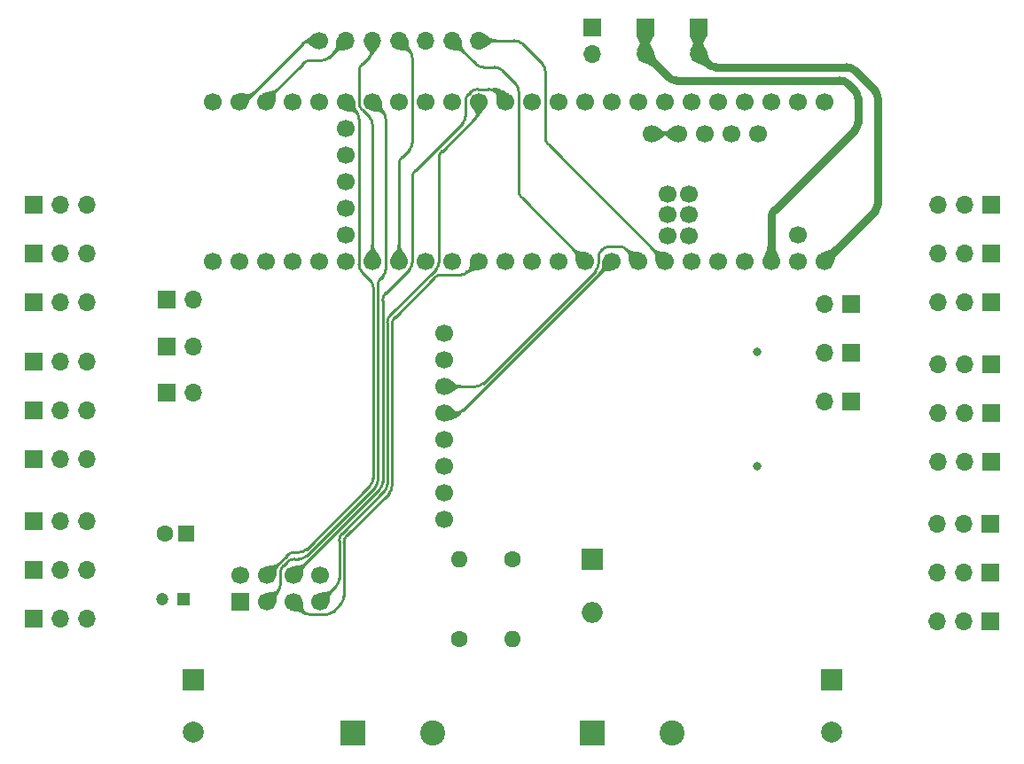
<source format=gbr>
%TF.GenerationSoftware,KiCad,Pcbnew,7.0.8*%
%TF.CreationDate,2025-02-28T20:23:41-05:00*%
%TF.ProjectId,Hexapod PCB KiCad Project,48657861-706f-4642-9050-4342204b6943,rev?*%
%TF.SameCoordinates,Original*%
%TF.FileFunction,Copper,L3,Inr*%
%TF.FilePolarity,Positive*%
%FSLAX46Y46*%
G04 Gerber Fmt 4.6, Leading zero omitted, Abs format (unit mm)*
G04 Created by KiCad (PCBNEW 7.0.8) date 2025-02-28 20:23:41*
%MOMM*%
%LPD*%
G01*
G04 APERTURE LIST*
%TA.AperFunction,ComponentPad*%
%ADD10R,1.700000X1.700000*%
%TD*%
%TA.AperFunction,ComponentPad*%
%ADD11O,1.700000X1.700000*%
%TD*%
%TA.AperFunction,ComponentPad*%
%ADD12C,1.700000*%
%TD*%
%TA.AperFunction,ComponentPad*%
%ADD13C,1.600000*%
%TD*%
%TA.AperFunction,ComponentPad*%
%ADD14O,1.600000X1.600000*%
%TD*%
%TA.AperFunction,ComponentPad*%
%ADD15R,2.000000X2.000000*%
%TD*%
%TA.AperFunction,ComponentPad*%
%ADD16C,2.000000*%
%TD*%
%TA.AperFunction,ComponentPad*%
%ADD17R,2.400000X2.400000*%
%TD*%
%TA.AperFunction,ComponentPad*%
%ADD18C,2.400000*%
%TD*%
%TA.AperFunction,ComponentPad*%
%ADD19R,1.200000X1.200000*%
%TD*%
%TA.AperFunction,ComponentPad*%
%ADD20C,1.200000*%
%TD*%
%TA.AperFunction,ComponentPad*%
%ADD21R,1.600000X1.600000*%
%TD*%
%TA.AperFunction,ComponentPad*%
%ADD22O,2.000000X2.000000*%
%TD*%
%TA.AperFunction,ViaPad*%
%ADD23C,0.800000*%
%TD*%
%TA.AperFunction,Conductor*%
%ADD24C,0.250000*%
%TD*%
%TA.AperFunction,Conductor*%
%ADD25C,0.750000*%
%TD*%
G04 APERTURE END LIST*
D10*
%TO.N,GND*%
%TO.C,B2*%
X151130000Y-64770000D03*
D11*
X151130000Y-67310000D03*
%TD*%
D10*
%TO.N,Teensy VIN*%
%TO.C,B4*%
X161290000Y-64770000D03*
D11*
X161290000Y-67310000D03*
%TD*%
D12*
%TO.N,+3.3V*%
%TO.C,U4*%
X137034000Y-94007000D03*
%TO.N,GND*%
X137034000Y-96547000D03*
%TO.N,Gyro SCL*%
X137034000Y-99087000D03*
%TO.N,Gyro SDA*%
X137034000Y-101627000D03*
%TO.N,unconnected-(U4-XDA-Pad5)*%
X137034000Y-104167000D03*
%TO.N,unconnected-(U4-XCL-Pad6)*%
X137034000Y-106707000D03*
%TO.N,unconnected-(U4-ADO-Pad7)*%
X137034000Y-109247000D03*
%TO.N,unconnected-(U4-INT-Pad8)*%
X137034000Y-111787000D03*
%TD*%
D13*
%TO.N,Battery Voltage Divider*%
%TO.C,R2*%
X143510000Y-115570000D03*
D14*
%TO.N,GND*%
X143510000Y-123190000D03*
%TD*%
D15*
%TO.N,+BATT*%
%TO.C,C4*%
X113030000Y-127080000D03*
D16*
%TO.N,GND*%
X113030000Y-132080000D03*
%TD*%
D17*
%TO.N,GND*%
%TO.C,T1*%
X128270000Y-132212500D03*
D18*
%TO.N,Net-(T1-Pad2)*%
X135890000Y-132212500D03*
%TD*%
D12*
%TO.N,B1*%
%TO.C,B1*%
X125095000Y-66040000D03*
D11*
%TO.N,B2*%
X127635000Y-66040000D03*
%TO.N,B3*%
X130175000Y-66040000D03*
%TO.N,B4*%
X132715000Y-66040000D03*
%TO.N,B5*%
X135255000Y-66040000D03*
%TO.N,B6*%
X137795000Y-66040000D03*
%TO.N,B7*%
X140335000Y-66040000D03*
%TD*%
D17*
%TO.N,Net-(T1-Pad2)*%
%TO.C,T2*%
X151130000Y-132212500D03*
D18*
%TO.N,+BATT*%
X158750000Y-132212500D03*
%TD*%
D19*
%TO.N,+3.3V*%
%TO.C,C2*%
X112097600Y-119380001D03*
D20*
%TO.N,GND*%
X110097600Y-119380001D03*
%TD*%
D21*
%TO.N,+3.3V*%
%TO.C,C1*%
X112395000Y-113125000D03*
D13*
%TO.N,GND*%
X110395000Y-113125000D03*
%TD*%
%TO.N,+BATT*%
%TO.C,R1*%
X138430000Y-123190000D03*
D14*
%TO.N,Battery Voltage Divider*%
X138430000Y-115570000D03*
%TD*%
D15*
%TO.N,Battery Voltage Divider*%
%TO.C,D1*%
X151130000Y-115570000D03*
D22*
%TO.N,GND*%
X151130000Y-120650000D03*
%TD*%
D10*
%TO.N,+3.3V*%
%TO.C,B3*%
X156210000Y-64765000D03*
D11*
X156210000Y-67305000D03*
%TD*%
D15*
%TO.N,+BATT*%
%TO.C,C3*%
X173990000Y-127080000D03*
D16*
%TO.N,GND*%
X173990000Y-132080000D03*
%TD*%
D10*
%TO.N,GND*%
%TO.C,U3*%
X117565000Y-119680000D03*
D12*
%TO.N,+3.3V*%
X117565000Y-117140000D03*
%TO.N,CE*%
X120105000Y-119680000D03*
%TO.N,CSN*%
X120105000Y-117140000D03*
%TO.N,SCK*%
X122645000Y-119680000D03*
%TO.N,MOSI*%
X122645000Y-117140000D03*
%TO.N,MISO*%
X125185000Y-119680000D03*
%TO.N,unconnected-(U3-IRQ-Pad8)*%
X125185000Y-117140000D03*
%TD*%
%TO.N,unconnected-(U1-RX1-Pad0)*%
%TO.C,U1*%
X170815000Y-71880000D03*
%TO.N,unconnected-(U1-TX1-Pad1)*%
X168275000Y-71880000D03*
%TO.N,Leg3 Tibia*%
X165735000Y-71880000D03*
%TO.N,Leg3 Femur*%
X163195000Y-71880000D03*
%TO.N,+3.3V*%
X137795000Y-71880000D03*
X168275000Y-87120000D03*
X127635000Y-76960000D03*
%TO.N,Leg3 Coxa*%
X160655000Y-71880000D03*
%TO.N,Leg2 Tibia*%
X158115000Y-71880000D03*
%TO.N,+5V*%
X167005000Y-74930000D03*
%TO.N,Leg2 Femur*%
X155575000Y-71880000D03*
%TO.N,Leg2 Coxa*%
X153035000Y-71880000D03*
%TO.N,Leg1 Tibia*%
X150495000Y-71880000D03*
%TO.N,Leg1 Femur*%
X147955000Y-71880000D03*
%TO.N,Leg1 Coxa*%
X145415000Y-71880000D03*
%TO.N,MOSI*%
X142875000Y-71880000D03*
%TO.N,MISO*%
X140335000Y-71880000D03*
%TO.N,SCK*%
X140335000Y-87120000D03*
%TO.N,Leg6 Femur*%
X142875000Y-87120000D03*
%TO.N,Leg6 Coxa*%
X145415000Y-87120000D03*
%TO.N,Battery Voltage Divider*%
X147955000Y-87120000D03*
%TO.N,B6*%
X150495000Y-87120000D03*
%TO.N,Gyro SDA*%
X153035000Y-87120000D03*
%TO.N,Gyro SCL*%
X155575000Y-87120000D03*
%TO.N,B7*%
X158115000Y-87120000D03*
%TO.N,FS6*%
X160655000Y-87120000D03*
%TO.N,FS5*%
X163195000Y-87120000D03*
%TO.N,FS4*%
X165735000Y-87120000D03*
%TO.N,Leg4 Tibia*%
X135255000Y-71880000D03*
%TO.N,Leg5 Femur*%
X132715000Y-71880000D03*
%TO.N,CE*%
X130175000Y-71880000D03*
%TO.N,CSN*%
X127635000Y-71880000D03*
%TO.N,Leg5 Coxa*%
X125095000Y-71880000D03*
%TO.N,Leg6 Tibia*%
X122555000Y-71880000D03*
%TO.N,B2*%
X120015000Y-71880000D03*
%TO.N,B1*%
X117475000Y-71880000D03*
%TO.N,unconnected-(U1-OUT1B-Pad32)*%
X114935000Y-71880000D03*
%TO.N,Leg4 Femur*%
X114935000Y-87120000D03*
%TO.N,FS1*%
X117475000Y-87120000D03*
%TO.N,FS2*%
X120015000Y-87120000D03*
%TO.N,Leg4 Coxa*%
X122555000Y-87120000D03*
%TO.N,Leg5 Tibia*%
X125095000Y-87120000D03*
%TO.N,FS3*%
X127635000Y-87120000D03*
%TO.N,B3*%
X130175000Y-87120000D03*
%TO.N,B4*%
X132715000Y-87120000D03*
%TO.N,B5*%
X135255000Y-87120000D03*
%TO.N,unconnected-(U1-PadD+)*%
X161925000Y-74930000D03*
%TO.N,unconnected-(U1-PadD-)*%
X164465000Y-74930000D03*
%TO.N,GND*%
X173355000Y-71880000D03*
X137795000Y-87120000D03*
X170815000Y-87120000D03*
X127635000Y-79500000D03*
X158385000Y-82670000D03*
%TO.N,unconnected-(U1-PadLED)*%
X160385000Y-82670000D03*
%TO.N,unconnected-(U1-PadON{slash}OFF)*%
X127635000Y-84580000D03*
%TO.N,unconnected-(U1-PadPROGRAM)*%
X127635000Y-82040000D03*
%TO.N,unconnected-(U1-PadR+)*%
X160385000Y-84670000D03*
%TO.N,unconnected-(U1-PadR-)*%
X158385000Y-84670000D03*
%TO.N,unconnected-(U1-PadT+)*%
X158385000Y-80670000D03*
%TO.N,unconnected-(U1-PadT-)*%
X160385000Y-80670000D03*
%TO.N,Net-(U1-USB_GND-PadUSB_GND1)*%
X159385000Y-74930000D03*
X156845000Y-74930000D03*
%TO.N,unconnected-(U1-PadVBAT)*%
X127635000Y-74420000D03*
%TO.N,Teensy VIN*%
X173355000Y-87120000D03*
%TO.N,unconnected-(U1-PadVUSB)*%
X170815000Y-84580000D03*
%TD*%
D10*
%TO.N,GND*%
%TO.C,Cox2*%
X97790000Y-96745001D03*
D11*
%TO.N,+BATT*%
X100330000Y-96745001D03*
%TO.N,Leg5 Coxa*%
X102870000Y-96745001D03*
%TD*%
D10*
%TO.N,GND*%
%TO.C,Cox6*%
X189214980Y-121490001D03*
D11*
%TO.N,+BATT*%
X186674980Y-121490001D03*
%TO.N,Leg1 Coxa*%
X184134980Y-121490001D03*
%TD*%
D10*
%TO.N,GND*%
%TO.C,Tib2*%
X97790000Y-106045001D03*
D11*
%TO.N,+BATT*%
X100330000Y-106045001D03*
%TO.N,Leg5 Tibia*%
X102870000Y-106045001D03*
%TD*%
D10*
%TO.N,GND*%
%TO.C,FS4*%
X175900000Y-91235000D03*
D11*
%TO.N,FS4*%
X173360000Y-91235000D03*
%TD*%
D10*
%TO.N,GND*%
%TO.C,Cox5*%
X189230001Y-106250000D03*
D11*
%TO.N,+BATT*%
X186690001Y-106250000D03*
%TO.N,Leg2 Coxa*%
X184150001Y-106250000D03*
%TD*%
D10*
%TO.N,GND*%
%TO.C,Tib1*%
X97790001Y-91010000D03*
D11*
%TO.N,+BATT*%
X100330001Y-91010000D03*
%TO.N,Leg6 Tibia*%
X102870001Y-91010000D03*
%TD*%
D10*
%TO.N,GND*%
%TO.C,Fem4*%
X189230000Y-86360000D03*
D11*
%TO.N,+BATT*%
X186690000Y-86360000D03*
%TO.N,Leg3 Femur*%
X184150000Y-86360000D03*
%TD*%
D10*
%TO.N,GND*%
%TO.C,Fem3*%
X97789999Y-116635000D03*
D11*
%TO.N,+BATT*%
X100329999Y-116635000D03*
%TO.N,Leg4 Femur*%
X102869999Y-116635000D03*
%TD*%
D10*
%TO.N,GND*%
%TO.C,Tib6*%
X189214997Y-112189999D03*
D11*
%TO.N,+BATT*%
X186674997Y-112189999D03*
%TO.N,Leg1 Tibia*%
X184134997Y-112189999D03*
%TD*%
D10*
%TO.N,GND*%
%TO.C,Fem5*%
X189230000Y-101600000D03*
D11*
%TO.N,+BATT*%
X186690000Y-101600000D03*
%TO.N,Leg2 Femur*%
X184150000Y-101600000D03*
%TD*%
D10*
%TO.N,GND*%
%TO.C,Cox1*%
X97790001Y-81710000D03*
D11*
%TO.N,+BATT*%
X100330001Y-81710000D03*
%TO.N,Leg6 Coxa*%
X102870001Y-81710000D03*
%TD*%
D10*
%TO.N,GND*%
%TO.C,FS2*%
X110495000Y-95250000D03*
D11*
%TO.N,FS2*%
X113035000Y-95250000D03*
%TD*%
D10*
%TO.N,GND*%
%TO.C,FS5*%
X175900001Y-95885000D03*
D11*
%TO.N,FS5*%
X173360001Y-95885000D03*
%TD*%
D10*
%TO.N,GND*%
%TO.C,Cox4*%
X189229992Y-91010010D03*
D11*
%TO.N,+BATT*%
X186689992Y-91010010D03*
%TO.N,Leg3 Coxa*%
X184149992Y-91010010D03*
%TD*%
D10*
%TO.N,GND*%
%TO.C,Fem2*%
X97790001Y-101395000D03*
D11*
%TO.N,+BATT*%
X100330001Y-101395000D03*
%TO.N,Leg5 Femur*%
X102870001Y-101395000D03*
%TD*%
D10*
%TO.N,GND*%
%TO.C,Tib5*%
X189230001Y-96950000D03*
D11*
%TO.N,+BATT*%
X186690001Y-96950000D03*
%TO.N,Leg2 Tibia*%
X184150001Y-96950000D03*
%TD*%
D10*
%TO.N,GND*%
%TO.C,Fem1*%
X97790000Y-86360000D03*
D11*
%TO.N,+BATT*%
X100330000Y-86360000D03*
%TO.N,Leg6 Femur*%
X102870000Y-86360000D03*
%TD*%
D10*
%TO.N,GND*%
%TO.C,Cox3*%
X97790000Y-111985000D03*
D11*
%TO.N,+BATT*%
X100330000Y-111985000D03*
%TO.N,Leg4 Coxa*%
X102870000Y-111985000D03*
%TD*%
D10*
%TO.N,GND*%
%TO.C,FS1*%
X110490000Y-90805000D03*
D11*
%TO.N,FS1*%
X113030000Y-90805000D03*
%TD*%
D10*
%TO.N,GND*%
%TO.C,Tib3*%
X97790000Y-121285000D03*
D11*
%TO.N,+BATT*%
X100330000Y-121285000D03*
%TO.N,Leg4 Tibia*%
X102870000Y-121285000D03*
%TD*%
D10*
%TO.N,GND*%
%TO.C,FS3*%
X110490000Y-99695000D03*
D11*
%TO.N,FS3*%
X113030000Y-99695000D03*
%TD*%
D10*
%TO.N,GND*%
%TO.C,FS6*%
X175900000Y-100535000D03*
D11*
%TO.N,FS6*%
X173360000Y-100535000D03*
%TD*%
D10*
%TO.N,GND*%
%TO.C,Fem6*%
X189215000Y-116840000D03*
D11*
%TO.N,+BATT*%
X186675000Y-116840000D03*
%TO.N,Leg1 Femur*%
X184135000Y-116840000D03*
%TD*%
D10*
%TO.N,GND*%
%TO.C,Tib4*%
X189230008Y-81710011D03*
D11*
%TO.N,+BATT*%
X186690008Y-81710011D03*
%TO.N,Leg3 Tibia*%
X184150008Y-81710011D03*
%TD*%
D23*
%TO.N,GND*%
X166944000Y-106743500D03*
X166944000Y-95821500D03*
%TD*%
D24*
%TO.N,CSN*%
X130249244Y-89627670D02*
G75*
G03*
X129956339Y-88920563I-1000044J-30D01*
G01*
X129956366Y-108555895D02*
G75*
G03*
X130249233Y-107848762I-707166J707095D01*
G01*
X123162995Y-114934996D02*
G75*
G03*
X123870101Y-114642106I5J999996D01*
G01*
X122724214Y-114935010D02*
G75*
G03*
X122017107Y-115227893I-14J-999990D01*
G01*
X128891290Y-73550493D02*
G75*
G03*
X128598386Y-72843386I-999990J-7D01*
G01*
X128891293Y-87441289D02*
G75*
G03*
X129184172Y-88148396I1000007J-11D01*
G01*
%TO.N,B2*%
X125315786Y-67944990D02*
G75*
G03*
X126022893Y-67652107I14J999990D01*
G01*
X124239214Y-67945010D02*
G75*
G03*
X123532107Y-68237893I-14J-999990D01*
G01*
%TO.N,SCK*%
X138630796Y-88409990D02*
G75*
G03*
X139337903Y-88117097I4J999990D01*
G01*
X136795620Y-88410007D02*
G75*
G03*
X136088513Y-88702883I-20J-999993D01*
G01*
X125717867Y-120882890D02*
G75*
G03*
X126424974Y-120590026I33J999990D01*
G01*
X132342143Y-92449289D02*
G75*
G03*
X132049232Y-93156378I707057J-707111D01*
G01*
X131756322Y-109301436D02*
G75*
G03*
X132049232Y-108594346I-707122J707136D01*
G01*
X123555006Y-120590046D02*
G75*
G03*
X124262132Y-120882919I707094J707146D01*
G01*
X127742890Y-113314896D02*
G75*
G03*
X127450000Y-114022006I707110J-707104D01*
G01*
X127157114Y-119857900D02*
G75*
G03*
X127450000Y-119150786I-707114J707100D01*
G01*
%TO.N,CE*%
X123164389Y-115569992D02*
G75*
G03*
X123871496Y-115277107I11J999992D01*
G01*
X130992145Y-88734187D02*
G75*
G03*
X130699232Y-89441274I707055J-707113D01*
G01*
X130406367Y-108742292D02*
G75*
G03*
X130699232Y-108035157I-707167J707092D01*
G01*
X121100031Y-118684914D02*
G75*
G03*
X121392951Y-117977835I-707031J707114D01*
G01*
X122725610Y-115570007D02*
G75*
G03*
X122018503Y-115862893I-10J-999993D01*
G01*
X121685877Y-116195583D02*
G75*
G03*
X121392952Y-116902657I707023J-707117D01*
G01*
X131444990Y-73564213D02*
G75*
G03*
X131152107Y-72857107I-999990J13D01*
G01*
X131152118Y-88574196D02*
G75*
G03*
X131445000Y-87867078I-707118J707096D01*
G01*
D25*
%TO.N,Teensy VIN*%
X178434990Y-71534214D02*
G75*
G03*
X178142107Y-70827107I-999990J14D01*
G01*
X178142114Y-82332900D02*
G75*
G03*
X178435000Y-81625786I-707114J707100D01*
G01*
X176187900Y-68872886D02*
G75*
G03*
X175480786Y-68580000I-707100J-707114D01*
G01*
X162267100Y-68287114D02*
G75*
G03*
X162974214Y-68580000I707100J707114D01*
G01*
D24*
%TO.N,MOSI*%
X141974292Y-70979242D02*
G75*
G03*
X141267160Y-70686374I-707092J-707158D01*
G01*
X140236170Y-70686361D02*
G75*
G03*
X139529064Y-70979268I30J-1000039D01*
G01*
X131442141Y-90172891D02*
G75*
G03*
X131149232Y-90879982I707059J-707109D01*
G01*
X139357871Y-71150415D02*
G75*
G03*
X139065000Y-71857544I707129J-707085D01*
G01*
X138772114Y-73952900D02*
G75*
G03*
X139065000Y-73245786I-707114J707100D01*
G01*
X130856368Y-108928690D02*
G75*
G03*
X131149232Y-108221554I-707168J707090D01*
G01*
X134277886Y-78447100D02*
G75*
G03*
X133985000Y-79154214I707114J-707100D01*
G01*
X133692114Y-87922900D02*
G75*
G03*
X133985000Y-87215786I-707114J707100D01*
G01*
D25*
%TO.N,+3.3V*%
X168567886Y-82257100D02*
G75*
G03*
X168275000Y-82964214I707114J-707100D01*
G01*
X176237114Y-74587900D02*
G75*
G03*
X176530000Y-73880786I-707114J707100D01*
G01*
X158462100Y-69557114D02*
G75*
G03*
X159169214Y-69850000I707100J707114D01*
G01*
X176529990Y-71534214D02*
G75*
G03*
X176237107Y-70827107I-999990J14D01*
G01*
X175552900Y-70142886D02*
G75*
G03*
X174845786Y-69850000I-707100J-707114D01*
G01*
D24*
%TO.N,MISO*%
X126707114Y-118157900D02*
G75*
G03*
X127000000Y-117450786I-707114J707100D01*
G01*
X140042114Y-73380400D02*
G75*
G03*
X140335000Y-72673286I-707114J707100D01*
G01*
X131892141Y-92262891D02*
G75*
G03*
X131599232Y-92969982I707059J-707109D01*
G01*
X136817886Y-76604600D02*
G75*
G03*
X136525000Y-77311714I707114J-707100D01*
G01*
X136232114Y-87922900D02*
G75*
G03*
X136525000Y-87215786I-707114J707100D01*
G01*
X131306370Y-109115088D02*
G75*
G03*
X131599232Y-108407950I-707170J707088D01*
G01*
X127292888Y-113128498D02*
G75*
G03*
X127000000Y-113835610I707112J-707102D01*
G01*
%TO.N,B7*%
X144437900Y-66332886D02*
G75*
G03*
X143730786Y-66040000I-707100J-707114D01*
G01*
X146685010Y-75275786D02*
G75*
G03*
X146977893Y-75982893I999990J-14D01*
G01*
X146684990Y-68994214D02*
G75*
G03*
X146392107Y-68287107I-999990J14D01*
G01*
%TO.N,B4*%
X133692112Y-76491501D02*
G75*
G03*
X133985000Y-75784389I-707112J707101D01*
G01*
%TO.N,B3*%
X130174990Y-74074214D02*
G75*
G03*
X129882107Y-73367107I-999990J14D01*
G01*
X129882114Y-67602900D02*
G75*
G03*
X130175000Y-66895786I-707114J707100D01*
G01*
%TO.N,B6*%
X144144990Y-70899214D02*
G75*
G03*
X143852107Y-70192107I-999990J14D01*
G01*
%TO.N,B4*%
X133007885Y-77175702D02*
G75*
G03*
X132715000Y-77882817I707115J-707098D01*
G01*
%TO.N,B6*%
X142532900Y-68872886D02*
G75*
G03*
X141825786Y-68580000I-707100J-707114D01*
G01*
%TO.N,B3*%
X129197886Y-68287100D02*
G75*
G03*
X128905000Y-68994214I707114J-707100D01*
G01*
X128905010Y-71975786D02*
G75*
G03*
X129197893Y-72682893I999990J-14D01*
G01*
%TO.N,B4*%
X133984990Y-67724214D02*
G75*
G03*
X133692107Y-67017107I-999990J14D01*
G01*
%TO.N,B6*%
X144145010Y-80355786D02*
G75*
G03*
X144437893Y-81062893I999990J-14D01*
G01*
%TO.N,B1*%
X117570786Y-71879990D02*
G75*
G03*
X118277893Y-71587107I14J999990D01*
G01*
X124239214Y-66040010D02*
G75*
G03*
X123532107Y-66332893I-14J-999990D01*
G01*
%TO.N,B6*%
X140042100Y-68287114D02*
G75*
G03*
X140749214Y-68580000I707100J707114D01*
G01*
%TO.N,Gyro SCL*%
X152814214Y-85725010D02*
G75*
G03*
X152107107Y-86017893I-14J-999990D01*
G01*
X152057886Y-86067100D02*
G75*
G03*
X151765000Y-86774214I707114J-707100D01*
G01*
X154472900Y-86017886D02*
G75*
G03*
X153765786Y-85725000I-707100J-707114D01*
G01*
X151472112Y-88046502D02*
G75*
G03*
X151765000Y-87339390I-707112J707102D01*
G01*
X140017390Y-99086993D02*
G75*
G03*
X140724497Y-98794107I10J999993D01*
G01*
%TO.N,Gyro SDA*%
X138113786Y-101626990D02*
G75*
G03*
X138820893Y-101334107I14J999990D01*
G01*
%TO.N,SCK*%
X139337903Y-88117097D02*
X140335000Y-87120000D01*
X132342125Y-92449271D02*
X136088513Y-88702883D01*
X132049232Y-108594346D02*
X132049232Y-93156378D01*
X127742893Y-113314899D02*
X131756339Y-109301453D01*
X136795620Y-88409990D02*
X138630796Y-88409990D01*
X126424974Y-120590026D02*
X127157107Y-119857893D01*
X124262132Y-120882919D02*
X125717867Y-120882919D01*
X127450000Y-119150786D02*
X127450000Y-114022006D01*
X122645000Y-119680001D02*
X123555026Y-120590026D01*
%TO.N,CSN*%
X128891279Y-87441289D02*
X128891279Y-73550493D01*
X130249233Y-107848762D02*
X130249232Y-89627670D01*
X128598386Y-72843386D02*
X127635000Y-71880000D01*
X123870102Y-114642107D02*
X129956340Y-108555869D01*
X122724214Y-114935000D02*
X123162995Y-114935000D01*
X129956339Y-88920563D02*
X129184172Y-88148396D01*
X120105000Y-117140000D02*
X122017107Y-115227893D01*
D25*
%TO.N,+3.3V*%
X176237107Y-74587893D02*
X168567893Y-82257107D01*
X175552893Y-70142893D02*
X176237107Y-70827107D01*
X159169214Y-69850000D02*
X174845786Y-69850000D01*
X156210000Y-67305000D02*
X158462107Y-69557107D01*
X176530000Y-71534214D02*
X176530000Y-73880786D01*
X168275000Y-82964214D02*
X168275000Y-87120000D01*
%TO.N,Teensy VIN*%
X178142107Y-82332893D02*
X173355000Y-87120000D01*
X178435000Y-71534214D02*
X178435000Y-81625786D01*
X176187893Y-68872893D02*
X178142107Y-70827107D01*
X162974214Y-68580000D02*
X175480786Y-68580000D01*
X161290000Y-67310000D02*
X162267107Y-68287107D01*
D24*
%TO.N,B7*%
X146685000Y-68994214D02*
X146685000Y-75275786D01*
X146977893Y-75982893D02*
X158115000Y-87120000D01*
X140335000Y-66040000D02*
X143730786Y-66040000D01*
X144437893Y-66332893D02*
X146392107Y-68287107D01*
%TO.N,MOSI*%
X141974267Y-70979267D02*
X142875000Y-71880000D01*
X139065000Y-73245786D02*
X139065000Y-71857544D01*
X139357893Y-71150437D02*
X139529063Y-70979267D01*
X134277893Y-78447107D02*
X138772107Y-73952893D01*
X133985000Y-87215786D02*
X133985000Y-79154214D01*
X131442125Y-90172875D02*
X133692107Y-87922893D01*
X131149232Y-108221554D02*
X131149232Y-90879982D01*
X140236170Y-70686374D02*
X141267160Y-70686374D01*
X122645000Y-117139999D02*
X130856339Y-108928661D01*
%TO.N,MISO*%
X140335000Y-72673286D02*
X140335000Y-71879999D01*
X131599232Y-108407950D02*
X131599232Y-92969982D01*
X131892125Y-92262875D02*
X136232107Y-87922893D01*
X127292893Y-113128503D02*
X131306339Y-109115057D01*
X136525000Y-87215786D02*
X136525000Y-77311714D01*
X127000000Y-117450786D02*
X127000000Y-113835610D01*
X125185000Y-119680000D02*
X126707107Y-118157893D01*
X136817893Y-76604607D02*
X140042107Y-73380393D01*
%TO.N,B2*%
X124239214Y-67945000D02*
X125315786Y-67945000D01*
X120015000Y-71880000D02*
X120015000Y-71755000D01*
X120015000Y-71755000D02*
X123532107Y-68237893D01*
X126022893Y-67652107D02*
X127635000Y-66040000D01*
%TO.N,CE*%
X131152107Y-72857107D02*
X130175001Y-71880000D01*
X123871496Y-115277107D02*
X130406339Y-108742264D01*
X122725610Y-115570000D02*
X123164389Y-115570000D01*
X130699232Y-108035157D02*
X130699232Y-89441274D01*
X130992125Y-88734167D02*
X131152107Y-88574185D01*
X121392951Y-117977835D02*
X121392952Y-116902657D01*
X120105000Y-119680000D02*
X121100058Y-118684941D01*
X121685845Y-116195551D02*
X122018503Y-115862893D01*
X131445000Y-87867078D02*
X131445000Y-73564213D01*
D25*
%TO.N,+3.3V*%
X156210000Y-67305000D02*
X156210000Y-64765000D01*
D24*
%TO.N,Net-(U1-USB_GND-PadUSB_GND1)*%
X156845000Y-74930000D02*
X159385000Y-74930000D01*
%TO.N,Gyro SDA*%
X153035000Y-87120000D02*
X138820893Y-101334107D01*
X138113786Y-101627000D02*
X137034000Y-101627000D01*
%TO.N,Gyro SCL*%
X152107107Y-86017893D02*
X152057893Y-86067107D01*
X155575000Y-87120000D02*
X154472893Y-86017893D01*
X153765786Y-85725000D02*
X152814214Y-85725000D01*
X151765000Y-86774214D02*
X151765000Y-87339390D01*
X151472107Y-88046497D02*
X140724497Y-98794107D01*
X140017390Y-99087000D02*
X137034000Y-99087000D01*
D25*
%TO.N,Teensy VIN*%
X161290000Y-67310000D02*
X161290000Y-64770000D01*
D24*
%TO.N,B1*%
X117570786Y-71880000D02*
X117475000Y-71880000D01*
X125095000Y-66040000D02*
X124239214Y-66040000D01*
X123532107Y-66332893D02*
X118277893Y-71587107D01*
%TO.N,B3*%
X129197893Y-68287107D02*
X129882107Y-67602893D01*
X130175000Y-66895786D02*
X130175000Y-66040000D01*
X129882107Y-73367107D02*
X129197893Y-72682893D01*
X130175000Y-87120000D02*
X130175000Y-74074214D01*
X128905000Y-71975786D02*
X128905000Y-68994214D01*
%TO.N,B4*%
X133692107Y-76491496D02*
X133007893Y-77175710D01*
X133985000Y-67724214D02*
X133985000Y-75784389D01*
X132715000Y-77882817D02*
X132715000Y-87120000D01*
X132715000Y-66040000D02*
X133692107Y-67017107D01*
%TO.N,B6*%
X144437893Y-81062893D02*
X150495000Y-87120000D01*
X140749214Y-68580000D02*
X141825786Y-68580000D01*
X137795000Y-66040000D02*
X140042107Y-68287107D01*
X144145000Y-70899214D02*
X144145000Y-80355786D01*
X142532893Y-68872893D02*
X143852107Y-70192107D01*
%TD*%
%TA.AperFunction,Conductor*%
%TO.N,CSN*%
G36*
X128417908Y-71559412D02*
G01*
X128424233Y-71565751D01*
X128424434Y-71566274D01*
X128490692Y-71751357D01*
X128490864Y-71751927D01*
X128533066Y-71922890D01*
X128533167Y-71923396D01*
X128556170Y-72074144D01*
X128556211Y-72074483D01*
X128568891Y-72210289D01*
X128580114Y-72336195D01*
X128598757Y-72457131D01*
X128598758Y-72457138D01*
X128619734Y-72529796D01*
X128633719Y-72578238D01*
X128693894Y-72704619D01*
X128693897Y-72704623D01*
X128788176Y-72841395D01*
X128918031Y-72985441D01*
X128921025Y-72993880D01*
X128917614Y-73001548D01*
X128756548Y-73162614D01*
X128748275Y-73166041D01*
X128740441Y-73163031D01*
X128596395Y-73033176D01*
X128459623Y-72938897D01*
X128459624Y-72938897D01*
X128459619Y-72938894D01*
X128333238Y-72878719D01*
X128284796Y-72864734D01*
X128212138Y-72843758D01*
X128212131Y-72843757D01*
X128091195Y-72825114D01*
X127965289Y-72813891D01*
X127829483Y-72801211D01*
X127829154Y-72801171D01*
X127678395Y-72778166D01*
X127677890Y-72778066D01*
X127506927Y-72735864D01*
X127506363Y-72735694D01*
X127419559Y-72704619D01*
X127321274Y-72669434D01*
X127314640Y-72663420D01*
X127314202Y-72654476D01*
X127314391Y-72653981D01*
X127632438Y-71883783D01*
X127638759Y-71877448D01*
X128408954Y-71559403D01*
X128417908Y-71559412D01*
G37*
%TD.AperFunction*%
%TD*%
%TA.AperFunction,Conductor*%
%TO.N,CSN*%
G36*
X121226548Y-115857385D02*
G01*
X121387613Y-116018450D01*
X121391040Y-116026723D01*
X121388030Y-116034557D01*
X121258176Y-116178603D01*
X121163897Y-116315374D01*
X121163894Y-116315379D01*
X121103719Y-116441760D01*
X121103719Y-116441761D01*
X121068758Y-116562859D01*
X121068757Y-116562866D01*
X121050114Y-116683804D01*
X121038891Y-116809709D01*
X121026211Y-116945515D01*
X121026170Y-116945854D01*
X121003167Y-117096602D01*
X121003065Y-117097112D01*
X120991847Y-117142562D01*
X120960864Y-117268071D01*
X120960692Y-117268641D01*
X120894434Y-117453725D01*
X120888420Y-117460359D01*
X120879476Y-117460797D01*
X120878953Y-117460596D01*
X120108785Y-117142562D01*
X120102447Y-117136238D01*
X119784403Y-116366045D01*
X119784412Y-116357091D01*
X119790751Y-116350766D01*
X119791258Y-116350571D01*
X119976381Y-116284298D01*
X119976910Y-116284138D01*
X120147910Y-116241926D01*
X120148373Y-116241834D01*
X120299186Y-116218822D01*
X120299452Y-116218790D01*
X120435289Y-116206107D01*
X120561195Y-116194885D01*
X120613024Y-116186894D01*
X120682135Y-116176241D01*
X120803238Y-116141279D01*
X120929619Y-116081104D01*
X121066398Y-115986820D01*
X121210442Y-115856967D01*
X121218880Y-115853974D01*
X121226548Y-115857385D01*
G37*
%TD.AperFunction*%
%TD*%
%TA.AperFunction,Conductor*%
%TO.N,+3.3V*%
G36*
X156993267Y-66984264D02*
G01*
X156999592Y-66990603D01*
X156999661Y-66990774D01*
X157067402Y-67162405D01*
X157122937Y-67316777D01*
X157167790Y-67448746D01*
X157207850Y-67564226D01*
X157249003Y-67669128D01*
X157297138Y-67769365D01*
X157297140Y-67769369D01*
X157297141Y-67769370D01*
X157358142Y-67870852D01*
X157358147Y-67870860D01*
X157402636Y-67931458D01*
X157437902Y-67979495D01*
X157437905Y-67979499D01*
X157542305Y-68101209D01*
X157669315Y-68233646D01*
X157672568Y-68241989D01*
X157669144Y-68250017D01*
X157155017Y-68764144D01*
X157146744Y-68767571D01*
X157138646Y-68764315D01*
X157006209Y-68637305D01*
X156884499Y-68532905D01*
X156884495Y-68532902D01*
X156836458Y-68497636D01*
X156775860Y-68453147D01*
X156775852Y-68453142D01*
X156674370Y-68392141D01*
X156674369Y-68392140D01*
X156674365Y-68392138D01*
X156574128Y-68344003D01*
X156469226Y-68302850D01*
X156353746Y-68262790D01*
X156221777Y-68217937D01*
X156067405Y-68162402D01*
X155895774Y-68094661D01*
X155889336Y-68088436D01*
X155889186Y-68079483D01*
X155889230Y-68079372D01*
X156207438Y-67308783D01*
X156213759Y-67302448D01*
X156984313Y-66984255D01*
X156993267Y-66984264D01*
G37*
%TD.AperFunction*%
%TD*%
%TA.AperFunction,Conductor*%
%TO.N,+3.3V*%
G36*
X168646816Y-85423427D02*
G01*
X168650240Y-85431455D01*
X168654076Y-85614903D01*
X168666317Y-85774793D01*
X168686742Y-85908025D01*
X168715363Y-86022912D01*
X168715366Y-86022922D01*
X168752204Y-86127823D01*
X168752208Y-86127834D01*
X168781388Y-86194687D01*
X168797286Y-86231112D01*
X168850616Y-86341094D01*
X168912216Y-86466126D01*
X168982104Y-86614553D01*
X169055566Y-86783816D01*
X169055716Y-86792769D01*
X169049491Y-86799207D01*
X169049322Y-86799279D01*
X168279489Y-87119134D01*
X168270534Y-87119143D01*
X168270511Y-87119134D01*
X167500677Y-86799279D01*
X167494352Y-86792940D01*
X167494361Y-86783985D01*
X167494381Y-86783936D01*
X167567895Y-86614553D01*
X167637783Y-86466126D01*
X167699383Y-86341094D01*
X167752713Y-86231111D01*
X167797790Y-86127834D01*
X167834632Y-86022920D01*
X167863257Y-85908023D01*
X167883681Y-85774800D01*
X167895923Y-85614907D01*
X167899760Y-85431454D01*
X167903359Y-85423256D01*
X167911457Y-85420000D01*
X168638543Y-85420000D01*
X168646816Y-85423427D01*
G37*
%TD.AperFunction*%
%TD*%
%TA.AperFunction,Conductor*%
%TO.N,Teensy VIN*%
G36*
X174300017Y-85660855D02*
G01*
X174814144Y-86174982D01*
X174817571Y-86183255D01*
X174814315Y-86191353D01*
X174687305Y-86323789D01*
X174677945Y-86334702D01*
X174582902Y-86445504D01*
X174555885Y-86482304D01*
X174503147Y-86554138D01*
X174503142Y-86554146D01*
X174442141Y-86655628D01*
X174442138Y-86655633D01*
X174442138Y-86655634D01*
X174394003Y-86755871D01*
X174394001Y-86755877D01*
X174352850Y-86860773D01*
X174312790Y-86976252D01*
X174267937Y-87108222D01*
X174212402Y-87262593D01*
X174144661Y-87434225D01*
X174138436Y-87440663D01*
X174129483Y-87440813D01*
X174129312Y-87440744D01*
X173358785Y-87122562D01*
X173352447Y-87116238D01*
X173034255Y-86345686D01*
X173034264Y-86336732D01*
X173040603Y-86330407D01*
X173040698Y-86330368D01*
X173212405Y-86262597D01*
X173366777Y-86207061D01*
X173498746Y-86162208D01*
X173614226Y-86122148D01*
X173719128Y-86080995D01*
X173819365Y-86032861D01*
X173920850Y-85971857D01*
X174029495Y-85892096D01*
X174029499Y-85892092D01*
X174029499Y-85892093D01*
X174151209Y-85787694D01*
X174165216Y-85774260D01*
X174283647Y-85660683D01*
X174291989Y-85657431D01*
X174300017Y-85660855D01*
G37*
%TD.AperFunction*%
%TD*%
%TA.AperFunction,Conductor*%
%TO.N,Teensy VIN*%
G36*
X162073267Y-66989264D02*
G01*
X162079592Y-66995603D01*
X162079661Y-66995774D01*
X162147402Y-67167405D01*
X162202937Y-67321777D01*
X162247790Y-67453746D01*
X162287850Y-67569226D01*
X162329003Y-67674128D01*
X162377138Y-67774365D01*
X162377140Y-67774369D01*
X162377141Y-67774370D01*
X162438142Y-67875852D01*
X162438147Y-67875860D01*
X162482636Y-67936458D01*
X162517902Y-67984495D01*
X162517905Y-67984499D01*
X162622305Y-68106209D01*
X162749315Y-68238646D01*
X162752568Y-68246989D01*
X162749144Y-68255017D01*
X162235017Y-68769144D01*
X162226744Y-68772571D01*
X162218646Y-68769315D01*
X162086209Y-68642305D01*
X161964499Y-68537905D01*
X161964495Y-68537902D01*
X161916458Y-68502636D01*
X161855860Y-68458147D01*
X161855852Y-68458142D01*
X161754370Y-68397141D01*
X161754369Y-68397140D01*
X161754365Y-68397138D01*
X161654128Y-68349003D01*
X161549226Y-68307850D01*
X161433746Y-68267790D01*
X161301777Y-68222937D01*
X161147405Y-68167402D01*
X160975774Y-68099661D01*
X160969336Y-68093436D01*
X160969186Y-68084483D01*
X160969230Y-68084372D01*
X161287438Y-67313783D01*
X161293759Y-67307448D01*
X162064313Y-66989255D01*
X162073267Y-66989264D01*
G37*
%TD.AperFunction*%
%TD*%
%TA.AperFunction,Conductor*%
%TO.N,B7*%
G36*
X157009557Y-85836967D02*
G01*
X157061685Y-85883960D01*
X157153603Y-85966822D01*
X157199488Y-85998451D01*
X157290379Y-86061104D01*
X157416760Y-86121279D01*
X157524873Y-86152491D01*
X157537859Y-86156240D01*
X157537860Y-86156240D01*
X157537863Y-86156241D01*
X157598335Y-86165563D01*
X157658804Y-86174885D01*
X157784709Y-86186107D01*
X157920542Y-86198790D01*
X157920816Y-86198823D01*
X158071621Y-86221833D01*
X158072092Y-86221927D01*
X158243082Y-86264137D01*
X158243622Y-86264300D01*
X158428725Y-86330565D01*
X158435359Y-86336579D01*
X158435797Y-86345523D01*
X158435596Y-86346046D01*
X158117562Y-87116214D01*
X158111237Y-87122553D01*
X158111214Y-87122562D01*
X157341046Y-87440596D01*
X157332091Y-87440587D01*
X157325766Y-87434248D01*
X157325565Y-87433725D01*
X157259300Y-87248622D01*
X157259137Y-87248082D01*
X157216927Y-87077092D01*
X157216833Y-87076621D01*
X157193823Y-86925816D01*
X157193790Y-86925542D01*
X157181107Y-86789709D01*
X157169885Y-86663807D01*
X157151241Y-86542863D01*
X157116279Y-86421760D01*
X157056104Y-86295379D01*
X157005405Y-86221830D01*
X156961822Y-86158603D01*
X156831968Y-86014558D01*
X156828974Y-86006119D01*
X156832384Y-85998452D01*
X156993452Y-85837384D01*
X157001724Y-85833958D01*
X157009557Y-85836967D01*
G37*
%TD.AperFunction*%
%TD*%
%TA.AperFunction,Conductor*%
%TO.N,B7*%
G36*
X140670865Y-65259720D02*
G01*
X140671377Y-65259948D01*
X140849102Y-65343970D01*
X140849626Y-65344251D01*
X141000345Y-65435290D01*
X141000786Y-65435585D01*
X141123648Y-65525917D01*
X141123917Y-65526127D01*
X141228911Y-65613188D01*
X141325873Y-65694279D01*
X141378849Y-65733104D01*
X141424568Y-65766611D01*
X141424576Y-65766616D01*
X141534931Y-65827527D01*
X141666846Y-65874342D01*
X141830232Y-65904390D01*
X141830237Y-65904390D01*
X141830242Y-65904391D01*
X141986460Y-65912484D01*
X142023905Y-65914425D01*
X142031990Y-65918275D01*
X142035000Y-65926109D01*
X142035000Y-66153890D01*
X142031573Y-66162163D01*
X142023905Y-66165574D01*
X141830242Y-66175607D01*
X141830229Y-66175609D01*
X141666849Y-66205656D01*
X141666843Y-66205657D01*
X141534932Y-66252471D01*
X141424576Y-66313382D01*
X141424568Y-66313387D01*
X141360345Y-66360455D01*
X141325873Y-66385720D01*
X141228911Y-66466811D01*
X141123917Y-66553871D01*
X141123648Y-66554081D01*
X141000786Y-66644412D01*
X141000345Y-66644707D01*
X140849626Y-66735746D01*
X140849102Y-66736027D01*
X140671377Y-66820051D01*
X140662433Y-66820489D01*
X140655799Y-66814475D01*
X140655571Y-66813963D01*
X140623136Y-66735899D01*
X140335864Y-66044488D01*
X140335856Y-66035534D01*
X140335865Y-66035511D01*
X140390344Y-65904390D01*
X140655572Y-65266034D01*
X140661910Y-65259711D01*
X140670865Y-65259720D01*
G37*
%TD.AperFunction*%
%TD*%
%TA.AperFunction,Conductor*%
%TO.N,MOSI*%
G36*
X141681411Y-70561732D02*
G01*
X141888802Y-70567925D01*
X141889229Y-70567953D01*
X142067715Y-70587033D01*
X142068247Y-70587116D01*
X142215678Y-70617879D01*
X142216312Y-70618050D01*
X142342477Y-70659675D01*
X142343049Y-70659898D01*
X142403261Y-70687045D01*
X142457791Y-70711631D01*
X142458162Y-70711815D01*
X142571350Y-70772970D01*
X142692563Y-70842711D01*
X142831323Y-70920124D01*
X142997337Y-71004397D01*
X143041989Y-71024265D01*
X143189879Y-71090073D01*
X143196042Y-71096566D01*
X143195934Y-71105227D01*
X142877853Y-71875511D01*
X142871528Y-71881850D01*
X142871512Y-71881856D01*
X142101713Y-72200311D01*
X142092758Y-72200307D01*
X142086429Y-72193973D01*
X142086019Y-72192815D01*
X142030199Y-72003855D01*
X142029783Y-72001757D01*
X142017051Y-71880000D01*
X142008940Y-71802432D01*
X142008911Y-71801684D01*
X142013645Y-71607811D01*
X142013670Y-71607401D01*
X142031065Y-71424091D01*
X142048073Y-71256128D01*
X142048145Y-71253106D01*
X142051599Y-71108339D01*
X142048178Y-71090071D01*
X142028570Y-70985348D01*
X141965912Y-70891777D01*
X141850551Y-70832243D01*
X141679776Y-70812567D01*
X141671949Y-70808216D01*
X141669415Y-70800944D01*
X141669415Y-70573428D01*
X141672842Y-70565155D01*
X141681115Y-70561728D01*
X141681411Y-70561732D01*
G37*
%TD.AperFunction*%
%TD*%
%TA.AperFunction,Conductor*%
%TO.N,MOSI*%
G36*
X123766547Y-115857385D02*
G01*
X123927613Y-116018451D01*
X123931040Y-116026724D01*
X123928030Y-116034558D01*
X123798175Y-116178602D01*
X123703897Y-116315374D01*
X123703894Y-116315379D01*
X123643718Y-116441760D01*
X123643718Y-116441761D01*
X123608757Y-116562859D01*
X123608756Y-116562866D01*
X123590113Y-116683803D01*
X123578891Y-116809709D01*
X123566210Y-116945516D01*
X123566169Y-116945854D01*
X123543167Y-117096602D01*
X123543065Y-117097112D01*
X123531847Y-117142562D01*
X123500864Y-117268071D01*
X123500692Y-117268641D01*
X123434434Y-117453725D01*
X123428420Y-117460359D01*
X123419476Y-117460797D01*
X123418953Y-117460596D01*
X122648785Y-117142562D01*
X122642447Y-117136238D01*
X122324403Y-116366045D01*
X122324412Y-116357091D01*
X122330751Y-116350766D01*
X122331258Y-116350571D01*
X122516381Y-116284298D01*
X122516910Y-116284138D01*
X122687910Y-116241926D01*
X122688373Y-116241834D01*
X122839185Y-116218822D01*
X122839451Y-116218790D01*
X122975289Y-116206107D01*
X123101194Y-116194884D01*
X123153023Y-116186893D01*
X123222134Y-116176240D01*
X123343237Y-116141279D01*
X123469619Y-116081104D01*
X123606397Y-115986819D01*
X123750441Y-115856967D01*
X123758879Y-115853974D01*
X123766547Y-115857385D01*
G37*
%TD.AperFunction*%
%TD*%
%TA.AperFunction,Conductor*%
%TO.N,MISO*%
G36*
X140341237Y-71884836D02*
G01*
X140927948Y-72472929D01*
X140931365Y-72481205D01*
X140928099Y-72489300D01*
X140808641Y-72613541D01*
X140749126Y-72681309D01*
X140708792Y-72727237D01*
X140708785Y-72727244D01*
X140708783Y-72727248D01*
X140629585Y-72826849D01*
X140564145Y-72917068D01*
X140505589Y-73002589D01*
X140447032Y-73088110D01*
X140381593Y-73178329D01*
X140302474Y-73277829D01*
X140302290Y-73278048D01*
X140202611Y-73391551D01*
X140202432Y-73391745D01*
X140083408Y-73515536D01*
X140075204Y-73519125D01*
X140066865Y-73515861D01*
X140066701Y-73515700D01*
X139905889Y-73354888D01*
X139902462Y-73346615D01*
X139905145Y-73339160D01*
X139997359Y-73227685D01*
X140046154Y-73119420D01*
X140046154Y-73119416D01*
X140046155Y-73119415D01*
X140052417Y-73018745D01*
X140052417Y-73018743D01*
X140023819Y-72921828D01*
X140023815Y-72921820D01*
X139968037Y-72824865D01*
X139968027Y-72824849D01*
X139892723Y-72723999D01*
X139805566Y-72615437D01*
X139714354Y-72495509D01*
X139714116Y-72495172D01*
X139626565Y-72360180D01*
X139626236Y-72359603D01*
X139555261Y-72216491D01*
X139554656Y-72207557D01*
X139560545Y-72200811D01*
X139561235Y-72200497D01*
X140328473Y-71882292D01*
X140337428Y-71882289D01*
X140341237Y-71884836D01*
G37*
%TD.AperFunction*%
%TD*%
%TA.AperFunction,Conductor*%
%TO.N,MISO*%
G36*
X126306548Y-118397385D02*
G01*
X126467614Y-118558451D01*
X126471041Y-118566724D01*
X126468031Y-118574558D01*
X126338176Y-118718603D01*
X126243897Y-118855374D01*
X126243894Y-118855379D01*
X126183719Y-118981760D01*
X126183719Y-118981761D01*
X126148758Y-119102859D01*
X126148757Y-119102866D01*
X126130114Y-119223804D01*
X126118891Y-119349709D01*
X126106211Y-119485515D01*
X126106170Y-119485854D01*
X126083167Y-119636602D01*
X126083065Y-119637112D01*
X126071847Y-119682562D01*
X126040864Y-119808071D01*
X126040692Y-119808641D01*
X125974434Y-119993725D01*
X125968420Y-120000359D01*
X125959476Y-120000797D01*
X125958953Y-120000596D01*
X125188785Y-119682562D01*
X125182447Y-119676238D01*
X124864403Y-118906045D01*
X124864412Y-118897091D01*
X124870751Y-118890766D01*
X124871258Y-118890571D01*
X125056381Y-118824298D01*
X125056910Y-118824138D01*
X125227910Y-118781926D01*
X125228373Y-118781834D01*
X125379186Y-118758822D01*
X125379452Y-118758790D01*
X125515289Y-118746107D01*
X125641195Y-118734885D01*
X125693024Y-118726894D01*
X125762135Y-118716241D01*
X125883238Y-118681279D01*
X126009619Y-118621104D01*
X126146398Y-118526820D01*
X126290442Y-118396967D01*
X126298880Y-118393974D01*
X126306548Y-118397385D01*
G37*
%TD.AperFunction*%
%TD*%
%TA.AperFunction,Conductor*%
%TO.N,B2*%
G36*
X121061691Y-70547392D02*
G01*
X121222766Y-70708467D01*
X121226193Y-70716740D01*
X121223267Y-70724480D01*
X121093338Y-70871758D01*
X121003835Y-71012792D01*
X121003833Y-71012796D01*
X120951993Y-71144214D01*
X120927773Y-71270909D01*
X120921135Y-71397763D01*
X120922039Y-71529653D01*
X120920449Y-71671230D01*
X120920425Y-71671690D01*
X120906347Y-71827757D01*
X120906248Y-71828424D01*
X120869691Y-72004033D01*
X120869493Y-72004750D01*
X120804347Y-72193544D01*
X120798409Y-72200247D01*
X120789471Y-72200788D01*
X120788830Y-72200545D01*
X120018784Y-71882561D01*
X120012447Y-71876238D01*
X119694356Y-71105931D01*
X119694365Y-71096978D01*
X119700704Y-71090653D01*
X119701083Y-71090505D01*
X119878976Y-71024808D01*
X119879361Y-71024683D01*
X120042676Y-70978777D01*
X120042995Y-70978699D01*
X120185957Y-70948908D01*
X120313797Y-70927479D01*
X120431598Y-70906666D01*
X120431601Y-70906665D01*
X120431601Y-70906666D01*
X120488104Y-70892675D01*
X120544610Y-70878685D01*
X120658083Y-70835756D01*
X120777267Y-70770097D01*
X120907409Y-70673926D01*
X121045504Y-70547048D01*
X121053913Y-70543975D01*
X121061691Y-70547392D01*
G37*
%TD.AperFunction*%
%TD*%
%TA.AperFunction,Conductor*%
%TO.N,B2*%
G36*
X126861031Y-65719397D02*
G01*
X127631215Y-66037438D01*
X127637552Y-66043761D01*
X127637562Y-66043785D01*
X127955596Y-66813953D01*
X127955587Y-66822908D01*
X127949248Y-66829233D01*
X127948725Y-66829434D01*
X127763641Y-66895692D01*
X127763071Y-66895864D01*
X127687082Y-66914622D01*
X127592112Y-66938065D01*
X127591602Y-66938167D01*
X127527495Y-66947949D01*
X127440848Y-66961170D01*
X127440515Y-66961211D01*
X127304709Y-66973891D01*
X127178804Y-66985114D01*
X127057866Y-67003757D01*
X127057859Y-67003758D01*
X126960980Y-67031726D01*
X126936760Y-67038719D01*
X126810379Y-67098894D01*
X126810376Y-67098896D01*
X126810374Y-67098897D01*
X126673603Y-67193176D01*
X126529558Y-67323031D01*
X126521119Y-67326025D01*
X126513451Y-67322614D01*
X126352385Y-67161548D01*
X126348958Y-67153275D01*
X126351967Y-67145442D01*
X126481820Y-67001398D01*
X126576104Y-66864619D01*
X126636279Y-66738238D01*
X126671241Y-66617135D01*
X126689885Y-66496192D01*
X126701107Y-66370289D01*
X126713790Y-66234452D01*
X126713822Y-66234186D01*
X126736834Y-66083373D01*
X126736926Y-66082910D01*
X126779138Y-65911910D01*
X126779298Y-65911381D01*
X126845565Y-65726273D01*
X126851579Y-65719639D01*
X126860523Y-65719202D01*
X126861031Y-65719397D01*
G37*
%TD.AperFunction*%
%TD*%
%TA.AperFunction,Conductor*%
%TO.N,CE*%
G36*
X130957908Y-71559412D02*
G01*
X130964233Y-71565751D01*
X130964434Y-71566274D01*
X131030692Y-71751357D01*
X131030864Y-71751927D01*
X131073066Y-71922890D01*
X131073167Y-71923396D01*
X131096170Y-72074144D01*
X131096211Y-72074483D01*
X131108891Y-72210289D01*
X131120114Y-72336195D01*
X131138757Y-72457131D01*
X131138758Y-72457138D01*
X131159734Y-72529796D01*
X131173719Y-72578238D01*
X131233894Y-72704619D01*
X131233897Y-72704623D01*
X131328176Y-72841395D01*
X131458031Y-72985441D01*
X131461025Y-72993880D01*
X131457614Y-73001548D01*
X131296548Y-73162614D01*
X131288275Y-73166041D01*
X131280441Y-73163031D01*
X131136395Y-73033176D01*
X130999623Y-72938897D01*
X130999624Y-72938897D01*
X130999619Y-72938894D01*
X130873238Y-72878719D01*
X130824796Y-72864734D01*
X130752138Y-72843758D01*
X130752131Y-72843757D01*
X130631195Y-72825114D01*
X130505289Y-72813891D01*
X130369483Y-72801211D01*
X130369154Y-72801171D01*
X130218395Y-72778166D01*
X130217890Y-72778066D01*
X130046927Y-72735864D01*
X130046363Y-72735694D01*
X129959559Y-72704619D01*
X129861274Y-72669434D01*
X129854640Y-72663420D01*
X129854202Y-72654476D01*
X129854391Y-72653981D01*
X130172438Y-71883783D01*
X130178759Y-71877448D01*
X130948954Y-71559403D01*
X130957908Y-71559412D01*
G37*
%TD.AperFunction*%
%TD*%
%TA.AperFunction,Conductor*%
%TO.N,CE*%
G36*
X121226547Y-118397385D02*
G01*
X121387613Y-118558451D01*
X121391040Y-118566724D01*
X121388030Y-118574558D01*
X121258175Y-118718603D01*
X121185313Y-118824306D01*
X121163894Y-118855379D01*
X121103719Y-118981760D01*
X121103719Y-118981761D01*
X121068757Y-119102859D01*
X121068755Y-119102868D01*
X121050114Y-119223804D01*
X121038891Y-119349709D01*
X121026211Y-119485515D01*
X121026170Y-119485854D01*
X121003167Y-119636602D01*
X121003065Y-119637112D01*
X120991847Y-119682562D01*
X120960864Y-119808071D01*
X120960692Y-119808641D01*
X120894434Y-119993725D01*
X120888420Y-120000359D01*
X120879476Y-120000797D01*
X120878953Y-120000596D01*
X120108785Y-119682562D01*
X120102447Y-119676238D01*
X119784403Y-118906045D01*
X119784412Y-118897091D01*
X119790751Y-118890766D01*
X119791258Y-118890571D01*
X119976381Y-118824298D01*
X119976910Y-118824138D01*
X120147910Y-118781926D01*
X120148373Y-118781834D01*
X120299186Y-118758822D01*
X120299452Y-118758790D01*
X120435289Y-118746107D01*
X120561194Y-118734885D01*
X120613024Y-118726894D01*
X120682135Y-118716241D01*
X120803238Y-118681279D01*
X120929619Y-118621104D01*
X121066397Y-118526820D01*
X121210441Y-118396967D01*
X121218879Y-118393974D01*
X121226547Y-118397385D01*
G37*
%TD.AperFunction*%
%TD*%
%TA.AperFunction,Conductor*%
%TO.N,+3.3V*%
G36*
X156218266Y-64772276D02*
G01*
X157052172Y-65607163D01*
X157055594Y-65615437D01*
X157052602Y-65623244D01*
X157012502Y-65667935D01*
X156964997Y-65728002D01*
X156964998Y-65728001D01*
X156917497Y-65795191D01*
X156917497Y-65795192D01*
X156870000Y-65869499D01*
X156822500Y-65950937D01*
X156774999Y-66039500D01*
X156727499Y-66135187D01*
X156679999Y-66237999D01*
X156632499Y-66347937D01*
X156587961Y-66457699D01*
X156581675Y-66464077D01*
X156577120Y-66465000D01*
X155842879Y-66465000D01*
X155834606Y-66461573D01*
X155832038Y-66457699D01*
X155787500Y-66347937D01*
X155740000Y-66237999D01*
X155692500Y-66135187D01*
X155645000Y-66039501D01*
X155645000Y-66039500D01*
X155597500Y-65950937D01*
X155549999Y-65869499D01*
X155502499Y-65795187D01*
X155455001Y-65728001D01*
X155455002Y-65728002D01*
X155407497Y-65667935D01*
X155367397Y-65623244D01*
X155364422Y-65614797D01*
X155367825Y-65607165D01*
X156201723Y-64772286D01*
X156209993Y-64768855D01*
X156218266Y-64772276D01*
G37*
%TD.AperFunction*%
%TD*%
%TA.AperFunction,Conductor*%
%TO.N,+3.3V*%
G36*
X156581816Y-65608427D02*
G01*
X156585240Y-65616455D01*
X156589076Y-65799903D01*
X156601317Y-65959793D01*
X156621742Y-66093025D01*
X156650363Y-66207912D01*
X156650366Y-66207922D01*
X156687204Y-66312823D01*
X156687208Y-66312834D01*
X156716388Y-66379687D01*
X156732286Y-66416112D01*
X156785616Y-66526094D01*
X156847216Y-66651126D01*
X156917104Y-66799553D01*
X156990566Y-66968816D01*
X156990716Y-66977769D01*
X156984491Y-66984207D01*
X156984322Y-66984279D01*
X156214489Y-67304134D01*
X156205534Y-67304143D01*
X156205511Y-67304134D01*
X155435677Y-66984279D01*
X155429352Y-66977940D01*
X155429361Y-66968985D01*
X155429381Y-66968936D01*
X155502895Y-66799553D01*
X155572783Y-66651126D01*
X155634383Y-66526094D01*
X155687713Y-66416111D01*
X155732790Y-66312834D01*
X155769632Y-66207920D01*
X155798257Y-66093023D01*
X155818681Y-65959800D01*
X155830923Y-65799907D01*
X155834760Y-65616454D01*
X155838359Y-65608256D01*
X155846457Y-65605000D01*
X156573543Y-65605000D01*
X156581816Y-65608427D01*
G37*
%TD.AperFunction*%
%TD*%
%TA.AperFunction,Conductor*%
%TO.N,Net-(U1-USB_GND-PadUSB_GND1)*%
G36*
X159064201Y-74155524D02*
G01*
X159064428Y-74156036D01*
X159384134Y-74925511D01*
X159384143Y-74934466D01*
X159384134Y-74934489D01*
X159064428Y-75703963D01*
X159058089Y-75710288D01*
X159049134Y-75710279D01*
X159048622Y-75710051D01*
X158870895Y-75626027D01*
X158870371Y-75625746D01*
X158719652Y-75534707D01*
X158719211Y-75534412D01*
X158596350Y-75444081D01*
X158596081Y-75443871D01*
X158491087Y-75356811D01*
X158394126Y-75275720D01*
X158347791Y-75241762D01*
X158295429Y-75203387D01*
X158295421Y-75203382D01*
X158185066Y-75142471D01*
X158053155Y-75095657D01*
X158053149Y-75095656D01*
X157889769Y-75065609D01*
X157889756Y-75065607D01*
X157696095Y-75055574D01*
X157688010Y-75051724D01*
X157685000Y-75043890D01*
X157685000Y-74816109D01*
X157688427Y-74807836D01*
X157696094Y-74804425D01*
X157736305Y-74802341D01*
X157889756Y-74794391D01*
X157889760Y-74794390D01*
X157889767Y-74794390D01*
X158053153Y-74764342D01*
X158185068Y-74717527D01*
X158295422Y-74656616D01*
X158394126Y-74584279D01*
X158491087Y-74503188D01*
X158596093Y-74416117D01*
X158596350Y-74415917D01*
X158719211Y-74325585D01*
X158719644Y-74325295D01*
X158870378Y-74234246D01*
X158870887Y-74233974D01*
X159048624Y-74149946D01*
X159057566Y-74149510D01*
X159064201Y-74155524D01*
G37*
%TD.AperFunction*%
%TD*%
%TA.AperFunction,Conductor*%
%TO.N,Net-(U1-USB_GND-PadUSB_GND1)*%
G36*
X157180865Y-74149720D02*
G01*
X157181377Y-74149948D01*
X157359102Y-74233970D01*
X157359626Y-74234251D01*
X157510345Y-74325290D01*
X157510786Y-74325585D01*
X157633648Y-74415917D01*
X157633917Y-74416127D01*
X157738911Y-74503188D01*
X157835873Y-74584279D01*
X157888849Y-74623104D01*
X157934568Y-74656611D01*
X157934576Y-74656616D01*
X158044931Y-74717527D01*
X158176846Y-74764342D01*
X158340232Y-74794390D01*
X158340237Y-74794390D01*
X158340242Y-74794391D01*
X158496460Y-74802484D01*
X158533905Y-74804425D01*
X158541990Y-74808275D01*
X158545000Y-74816109D01*
X158545000Y-75043890D01*
X158541573Y-75052163D01*
X158533905Y-75055574D01*
X158340242Y-75065607D01*
X158340229Y-75065609D01*
X158176849Y-75095656D01*
X158176843Y-75095657D01*
X158044932Y-75142471D01*
X157934576Y-75203382D01*
X157934568Y-75203387D01*
X157870345Y-75250455D01*
X157835873Y-75275720D01*
X157738911Y-75356811D01*
X157633917Y-75443871D01*
X157633648Y-75444081D01*
X157510786Y-75534412D01*
X157510345Y-75534707D01*
X157359626Y-75625746D01*
X157359102Y-75626027D01*
X157181377Y-75710051D01*
X157172433Y-75710489D01*
X157165799Y-75704475D01*
X157165571Y-75703963D01*
X157133136Y-75625899D01*
X156845864Y-74934488D01*
X156845856Y-74925534D01*
X156845865Y-74925511D01*
X156900344Y-74794390D01*
X157165572Y-74156034D01*
X157171910Y-74149711D01*
X157180865Y-74149720D01*
G37*
%TD.AperFunction*%
%TD*%
%TA.AperFunction,Conductor*%
%TO.N,SCK*%
G36*
X139561436Y-86799573D02*
G01*
X139980074Y-86972758D01*
X140328763Y-87117006D01*
X140335097Y-87123335D01*
X140335990Y-87127831D01*
X140335013Y-87958769D01*
X140331576Y-87967038D01*
X140323778Y-87970446D01*
X140156282Y-87977112D01*
X140010413Y-87996415D01*
X139889171Y-88024865D01*
X139784375Y-88059403D01*
X139784360Y-88059408D01*
X139687757Y-88097000D01*
X139591286Y-88134540D01*
X139591004Y-88134640D01*
X139486579Y-88169056D01*
X139486093Y-88169193D01*
X139365380Y-88197518D01*
X139364811Y-88197622D01*
X139219497Y-88216852D01*
X139218962Y-88216898D01*
X139052679Y-88223515D01*
X139044276Y-88220420D01*
X139040523Y-88212289D01*
X139040514Y-88211824D01*
X139040514Y-87984547D01*
X139043941Y-87976274D01*
X139051004Y-87972910D01*
X139204203Y-87957001D01*
X139316500Y-87908318D01*
X139387280Y-87831421D01*
X139426417Y-87729782D01*
X139443786Y-87606872D01*
X139449260Y-87466160D01*
X139452711Y-87311214D01*
X139452720Y-87311024D01*
X139464004Y-87145501D01*
X139464071Y-87144932D01*
X139471128Y-87102814D01*
X139492922Y-86972747D01*
X139493310Y-86971142D01*
X139545832Y-86806825D01*
X139551614Y-86799990D01*
X139560538Y-86799244D01*
X139561436Y-86799573D01*
G37*
%TD.AperFunction*%
%TD*%
%TA.AperFunction,Conductor*%
%TO.N,SCK*%
G36*
X123427908Y-119359412D02*
G01*
X123434233Y-119365751D01*
X123434434Y-119366274D01*
X123500692Y-119551357D01*
X123500864Y-119551927D01*
X123543066Y-119722890D01*
X123543167Y-119723396D01*
X123566170Y-119874144D01*
X123566211Y-119874483D01*
X123578891Y-120010289D01*
X123590114Y-120136195D01*
X123608757Y-120257131D01*
X123608758Y-120257138D01*
X123629734Y-120329796D01*
X123643719Y-120378238D01*
X123703894Y-120504619D01*
X123703897Y-120504623D01*
X123798176Y-120641395D01*
X123928031Y-120785441D01*
X123931025Y-120793880D01*
X123927614Y-120801548D01*
X123766548Y-120962614D01*
X123758275Y-120966041D01*
X123750441Y-120963031D01*
X123606395Y-120833176D01*
X123469623Y-120738897D01*
X123469624Y-120738897D01*
X123469619Y-120738894D01*
X123343238Y-120678719D01*
X123294796Y-120664734D01*
X123222138Y-120643758D01*
X123222131Y-120643757D01*
X123101195Y-120625114D01*
X122975289Y-120613891D01*
X122839483Y-120601211D01*
X122839154Y-120601171D01*
X122688395Y-120578166D01*
X122687890Y-120578066D01*
X122516927Y-120535864D01*
X122516363Y-120535694D01*
X122429559Y-120504619D01*
X122331274Y-120469434D01*
X122324640Y-120463420D01*
X122324202Y-120454476D01*
X122324391Y-120453981D01*
X122642438Y-119683783D01*
X122648759Y-119677448D01*
X123418954Y-119359403D01*
X123427908Y-119359412D01*
G37*
%TD.AperFunction*%
%TD*%
%TA.AperFunction,Conductor*%
%TO.N,Gyro SDA*%
G36*
X152261031Y-86799397D02*
G01*
X153031215Y-87117438D01*
X153037552Y-87123761D01*
X153037562Y-87123785D01*
X153355596Y-87893953D01*
X153355587Y-87902908D01*
X153349248Y-87909233D01*
X153348725Y-87909434D01*
X153163641Y-87975692D01*
X153163071Y-87975864D01*
X153087082Y-87994622D01*
X152992112Y-88018065D01*
X152991602Y-88018167D01*
X152927495Y-88027949D01*
X152840848Y-88041170D01*
X152840515Y-88041211D01*
X152704709Y-88053891D01*
X152578804Y-88065114D01*
X152457866Y-88083757D01*
X152457859Y-88083758D01*
X152360980Y-88111726D01*
X152336760Y-88118719D01*
X152210379Y-88178894D01*
X152210376Y-88178896D01*
X152210374Y-88178897D01*
X152073603Y-88273176D01*
X151929558Y-88403031D01*
X151921119Y-88406025D01*
X151913451Y-88402614D01*
X151753161Y-88242324D01*
X151749734Y-88234051D01*
X151753161Y-88225778D01*
X151763708Y-88215231D01*
X151778093Y-88196483D01*
X151778340Y-88196187D01*
X151881820Y-88081398D01*
X151976104Y-87944619D01*
X152036279Y-87818238D01*
X152071241Y-87697135D01*
X152089885Y-87576192D01*
X152101107Y-87450289D01*
X152113790Y-87314452D01*
X152113822Y-87314186D01*
X152136834Y-87163373D01*
X152136926Y-87162910D01*
X152179138Y-86991910D01*
X152179298Y-86991381D01*
X152245565Y-86806273D01*
X152251579Y-86799639D01*
X152260523Y-86799202D01*
X152261031Y-86799397D01*
G37*
%TD.AperFunction*%
%TD*%
%TA.AperFunction,Conductor*%
%TO.N,Gyro SDA*%
G36*
X137369657Y-100847221D02*
G01*
X137370616Y-100847670D01*
X137468003Y-100898948D01*
X137530844Y-100932036D01*
X137532413Y-100933029D01*
X137605820Y-100988084D01*
X137679355Y-101043235D01*
X137679839Y-101043643D01*
X137807998Y-101163915D01*
X137808213Y-101164128D01*
X137922207Y-101283726D01*
X138026913Y-101391997D01*
X138026919Y-101392002D01*
X138127246Y-101478293D01*
X138127248Y-101478294D01*
X138228232Y-101532077D01*
X138287483Y-101538038D01*
X138334880Y-101542807D01*
X138334881Y-101542806D01*
X138334884Y-101542807D01*
X138452225Y-101499944D01*
X138577096Y-101399524D01*
X138585687Y-101397012D01*
X138592698Y-101400371D01*
X138753679Y-101561352D01*
X138757106Y-101569625D01*
X138753679Y-101577898D01*
X138753581Y-101577995D01*
X138602597Y-101725448D01*
X138466688Y-101849345D01*
X138466456Y-101849545D01*
X138346945Y-101947544D01*
X138346616Y-101947795D01*
X138236239Y-102025927D01*
X138235840Y-102026186D01*
X138127359Y-102090440D01*
X138126973Y-102090649D01*
X138013124Y-102147000D01*
X138012841Y-102147131D01*
X137886287Y-102201566D01*
X137739895Y-102259977D01*
X137566622Y-102328241D01*
X137370031Y-102407939D01*
X137361076Y-102407871D01*
X137354830Y-102401585D01*
X137225640Y-102090649D01*
X137035154Y-101632188D01*
X137035146Y-101623239D01*
X137354369Y-100853544D01*
X137360702Y-100847217D01*
X137369657Y-100847221D01*
G37*
%TD.AperFunction*%
%TD*%
%TA.AperFunction,Conductor*%
%TO.N,Gyro SCL*%
G36*
X154469557Y-85836967D02*
G01*
X154521685Y-85883960D01*
X154613603Y-85966822D01*
X154659488Y-85998451D01*
X154750379Y-86061104D01*
X154876760Y-86121279D01*
X154984873Y-86152491D01*
X154997859Y-86156240D01*
X154997860Y-86156240D01*
X154997863Y-86156241D01*
X155058335Y-86165563D01*
X155118804Y-86174885D01*
X155244709Y-86186107D01*
X155380542Y-86198790D01*
X155380816Y-86198823D01*
X155531621Y-86221833D01*
X155532092Y-86221927D01*
X155703082Y-86264137D01*
X155703622Y-86264300D01*
X155888725Y-86330565D01*
X155895359Y-86336579D01*
X155895797Y-86345523D01*
X155895596Y-86346046D01*
X155577562Y-87116214D01*
X155571237Y-87122553D01*
X155571214Y-87122562D01*
X154801046Y-87440596D01*
X154792091Y-87440587D01*
X154785766Y-87434248D01*
X154785565Y-87433725D01*
X154719300Y-87248622D01*
X154719137Y-87248082D01*
X154676927Y-87077092D01*
X154676833Y-87076621D01*
X154653823Y-86925816D01*
X154653790Y-86925542D01*
X154641107Y-86789709D01*
X154629885Y-86663807D01*
X154611241Y-86542863D01*
X154576279Y-86421760D01*
X154516104Y-86295379D01*
X154465405Y-86221830D01*
X154421822Y-86158603D01*
X154291968Y-86014558D01*
X154288974Y-86006119D01*
X154292384Y-85998452D01*
X154453452Y-85837384D01*
X154461724Y-85833958D01*
X154469557Y-85836967D01*
G37*
%TD.AperFunction*%
%TD*%
%TA.AperFunction,Conductor*%
%TO.N,Gyro SCL*%
G36*
X137369865Y-98306720D02*
G01*
X137370377Y-98306948D01*
X137548102Y-98390970D01*
X137548626Y-98391251D01*
X137699345Y-98482290D01*
X137699786Y-98482585D01*
X137822648Y-98572917D01*
X137822917Y-98573127D01*
X137927911Y-98660188D01*
X138024873Y-98741279D01*
X138077849Y-98780104D01*
X138123568Y-98813611D01*
X138123576Y-98813616D01*
X138233931Y-98874527D01*
X138365846Y-98921342D01*
X138529232Y-98951390D01*
X138529237Y-98951390D01*
X138529242Y-98951391D01*
X138685460Y-98959484D01*
X138722905Y-98961425D01*
X138730990Y-98965275D01*
X138734000Y-98973109D01*
X138734000Y-99200890D01*
X138730573Y-99209163D01*
X138722905Y-99212574D01*
X138529242Y-99222607D01*
X138529229Y-99222609D01*
X138365849Y-99252656D01*
X138365843Y-99252657D01*
X138233932Y-99299471D01*
X138123576Y-99360382D01*
X138123568Y-99360387D01*
X138059345Y-99407455D01*
X138024873Y-99432720D01*
X137927911Y-99513811D01*
X137822917Y-99600871D01*
X137822648Y-99601081D01*
X137699786Y-99691412D01*
X137699345Y-99691707D01*
X137548626Y-99782746D01*
X137548102Y-99783027D01*
X137370377Y-99867051D01*
X137361433Y-99867489D01*
X137354799Y-99861475D01*
X137354571Y-99860963D01*
X137322136Y-99782899D01*
X137034864Y-99091488D01*
X137034856Y-99082534D01*
X137034865Y-99082511D01*
X137089344Y-98951390D01*
X137354572Y-98313034D01*
X137360910Y-98306711D01*
X137369865Y-98306720D01*
G37*
%TD.AperFunction*%
%TD*%
%TA.AperFunction,Conductor*%
%TO.N,Teensy VIN*%
G36*
X161298266Y-64777276D02*
G01*
X162132172Y-65612163D01*
X162135594Y-65620437D01*
X162132602Y-65628244D01*
X162092502Y-65672935D01*
X162044997Y-65733002D01*
X162044998Y-65733001D01*
X161997497Y-65800191D01*
X161997497Y-65800192D01*
X161950000Y-65874499D01*
X161902500Y-65955937D01*
X161854999Y-66044500D01*
X161807499Y-66140187D01*
X161759999Y-66242999D01*
X161712499Y-66352937D01*
X161667961Y-66462699D01*
X161661675Y-66469077D01*
X161657120Y-66470000D01*
X160922879Y-66470000D01*
X160914606Y-66466573D01*
X160912038Y-66462699D01*
X160867500Y-66352937D01*
X160820000Y-66242999D01*
X160772500Y-66140187D01*
X160725000Y-66044501D01*
X160725000Y-66044500D01*
X160677500Y-65955937D01*
X160629999Y-65874499D01*
X160582499Y-65800187D01*
X160535001Y-65733001D01*
X160535002Y-65733002D01*
X160487497Y-65672935D01*
X160447397Y-65628244D01*
X160444422Y-65619797D01*
X160447825Y-65612165D01*
X161281723Y-64777286D01*
X161289993Y-64773855D01*
X161298266Y-64777276D01*
G37*
%TD.AperFunction*%
%TD*%
%TA.AperFunction,Conductor*%
%TO.N,Teensy VIN*%
G36*
X161661816Y-65613427D02*
G01*
X161665240Y-65621455D01*
X161669076Y-65804903D01*
X161681317Y-65964793D01*
X161701742Y-66098025D01*
X161730363Y-66212912D01*
X161730366Y-66212922D01*
X161767204Y-66317823D01*
X161767208Y-66317834D01*
X161796388Y-66384687D01*
X161812286Y-66421112D01*
X161865616Y-66531094D01*
X161927216Y-66656126D01*
X161997104Y-66804553D01*
X162070566Y-66973816D01*
X162070716Y-66982769D01*
X162064491Y-66989207D01*
X162064322Y-66989279D01*
X161294489Y-67309134D01*
X161285534Y-67309143D01*
X161285511Y-67309134D01*
X160515677Y-66989279D01*
X160509352Y-66982940D01*
X160509361Y-66973985D01*
X160509381Y-66973936D01*
X160582895Y-66804553D01*
X160652783Y-66656126D01*
X160714383Y-66531094D01*
X160767713Y-66421111D01*
X160812790Y-66317834D01*
X160849632Y-66212920D01*
X160878257Y-66098023D01*
X160898681Y-65964800D01*
X160910923Y-65804907D01*
X160914760Y-65621454D01*
X160918359Y-65613256D01*
X160926457Y-65610000D01*
X161653543Y-65610000D01*
X161661816Y-65613427D01*
G37*
%TD.AperFunction*%
%TD*%
%TA.AperFunction,Conductor*%
%TO.N,B1*%
G36*
X124502014Y-65446995D02*
G01*
X125090162Y-66033761D01*
X125093599Y-66042030D01*
X125092706Y-66046526D01*
X124774541Y-66813670D01*
X124768207Y-66819999D01*
X124759252Y-66819995D01*
X124758475Y-66819640D01*
X124611730Y-66745804D01*
X124611096Y-66745433D01*
X124473511Y-66652982D01*
X124473117Y-66652693D01*
X124351369Y-66555204D01*
X124241529Y-66461005D01*
X124139732Y-66378542D01*
X124041918Y-66316105D01*
X124041915Y-66316103D01*
X123983740Y-66295826D01*
X123944029Y-66281985D01*
X123944028Y-66281985D01*
X123842006Y-66284474D01*
X123731793Y-66331864D01*
X123617530Y-66425710D01*
X123608962Y-66428313D01*
X123601831Y-66424942D01*
X123441052Y-66264163D01*
X123437625Y-66255890D01*
X123441052Y-66247617D01*
X123441224Y-66247448D01*
X123564422Y-66130643D01*
X123564687Y-66130408D01*
X123679163Y-66034484D01*
X123679449Y-66034258D01*
X123781029Y-65960016D01*
X123781245Y-65959867D01*
X123874352Y-65900001D01*
X123963257Y-65847312D01*
X124052161Y-65794623D01*
X124145374Y-65734688D01*
X124247201Y-65660266D01*
X124247202Y-65660266D01*
X124361963Y-65564102D01*
X124361964Y-65564102D01*
X124416813Y-65512098D01*
X124485703Y-65446786D01*
X124494063Y-65443582D01*
X124502014Y-65446995D01*
G37*
%TD.AperFunction*%
%TD*%
%TA.AperFunction,Conductor*%
%TO.N,B1*%
G36*
X118789017Y-70914754D02*
G01*
X118949818Y-71075555D01*
X118953245Y-71083828D01*
X118949890Y-71092029D01*
X118831828Y-71212163D01*
X118730395Y-71321144D01*
X118649136Y-71416628D01*
X118649135Y-71416628D01*
X118583461Y-71504558D01*
X118583461Y-71504559D01*
X118528814Y-71590829D01*
X118528813Y-71590830D01*
X118480581Y-71681415D01*
X118434199Y-71782215D01*
X118385079Y-71899175D01*
X118328639Y-72038220D01*
X118264742Y-72194416D01*
X118258438Y-72200776D01*
X118249483Y-72200815D01*
X118249447Y-72200800D01*
X117481533Y-71883696D01*
X117475194Y-71877371D01*
X117474299Y-71872874D01*
X117474989Y-71042281D01*
X117478423Y-71034013D01*
X117486699Y-71030593D01*
X117487264Y-71030606D01*
X117549087Y-71033666D01*
X117658195Y-71039066D01*
X117658707Y-71039114D01*
X117818040Y-71061710D01*
X117818388Y-71061771D01*
X117958777Y-71091099D01*
X118084599Y-71120291D01*
X118200174Y-71142441D01*
X118288022Y-71149027D01*
X118309982Y-71150674D01*
X118309982Y-71150673D01*
X118309984Y-71150674D01*
X118356723Y-71145266D01*
X118418507Y-71138119D01*
X118418507Y-71138118D01*
X118418513Y-71138118D01*
X118530244Y-71097900D01*
X118649659Y-71023144D01*
X118773001Y-70914255D01*
X118781471Y-70911350D01*
X118789017Y-70914754D01*
G37*
%TD.AperFunction*%
%TD*%
%TA.AperFunction,Conductor*%
%TO.N,B3*%
G36*
X130181237Y-66044836D02*
G01*
X130496471Y-66360813D01*
X130768004Y-66632985D01*
X130771421Y-66641262D01*
X130768212Y-66649298D01*
X130650896Y-66773035D01*
X130650896Y-66773036D01*
X130554733Y-66887796D01*
X130554733Y-66887797D01*
X130480310Y-66989624D01*
X130420375Y-67082837D01*
X130367686Y-67171742D01*
X130314997Y-67260646D01*
X130255158Y-67353710D01*
X130254960Y-67353998D01*
X130180754Y-67455528D01*
X130180514Y-67455834D01*
X130084589Y-67570311D01*
X130084350Y-67570579D01*
X129967600Y-67693724D01*
X129959421Y-67697370D01*
X129951059Y-67694165D01*
X129950836Y-67693947D01*
X129790057Y-67533168D01*
X129786630Y-67524895D01*
X129789289Y-67517469D01*
X129839910Y-67455834D01*
X129883136Y-67403204D01*
X129930525Y-67292991D01*
X129933014Y-67190969D01*
X129898894Y-67093080D01*
X129836456Y-66995266D01*
X129753993Y-66893469D01*
X129659794Y-66783630D01*
X129562302Y-66661878D01*
X129562015Y-66661487D01*
X129469564Y-66523902D01*
X129469193Y-66523268D01*
X129395359Y-66376524D01*
X129394702Y-66367593D01*
X129400552Y-66360813D01*
X129401309Y-66360466D01*
X130168473Y-66042292D01*
X130177428Y-66042289D01*
X130181237Y-66044836D01*
G37*
%TD.AperFunction*%
%TD*%
%TA.AperFunction,Conductor*%
%TO.N,B3*%
G36*
X130297164Y-85423427D02*
G01*
X130300575Y-85431095D01*
X130310607Y-85624756D01*
X130310609Y-85624769D01*
X130340656Y-85788149D01*
X130340657Y-85788155D01*
X130387471Y-85920066D01*
X130448382Y-86030421D01*
X130448387Y-86030429D01*
X130486762Y-86082791D01*
X130520720Y-86129126D01*
X130601811Y-86226087D01*
X130688871Y-86331081D01*
X130689081Y-86331350D01*
X130779412Y-86454211D01*
X130779707Y-86454652D01*
X130870746Y-86605371D01*
X130871027Y-86605895D01*
X130955051Y-86783622D01*
X130955489Y-86792566D01*
X130949475Y-86799200D01*
X130948963Y-86799428D01*
X130179489Y-87119134D01*
X130170534Y-87119143D01*
X130170511Y-87119134D01*
X129401036Y-86799428D01*
X129394711Y-86793089D01*
X129394720Y-86784134D01*
X129394928Y-86783663D01*
X129478975Y-86605883D01*
X129479251Y-86605371D01*
X129570295Y-86454644D01*
X129570585Y-86454211D01*
X129660917Y-86331350D01*
X129661117Y-86331093D01*
X129748188Y-86226087D01*
X129829279Y-86129126D01*
X129901616Y-86030422D01*
X129962527Y-85920068D01*
X130009342Y-85788153D01*
X130039390Y-85624767D01*
X130049425Y-85431094D01*
X130053275Y-85423010D01*
X130061109Y-85420000D01*
X130288891Y-85420000D01*
X130297164Y-85423427D01*
G37*
%TD.AperFunction*%
%TD*%
%TA.AperFunction,Conductor*%
%TO.N,B4*%
G36*
X132837164Y-85423427D02*
G01*
X132840575Y-85431095D01*
X132850607Y-85624756D01*
X132850609Y-85624769D01*
X132880656Y-85788149D01*
X132880657Y-85788155D01*
X132927471Y-85920066D01*
X132988382Y-86030421D01*
X132988387Y-86030429D01*
X133026762Y-86082791D01*
X133060720Y-86129126D01*
X133141811Y-86226087D01*
X133228871Y-86331081D01*
X133229081Y-86331350D01*
X133319412Y-86454211D01*
X133319707Y-86454652D01*
X133410746Y-86605371D01*
X133411027Y-86605895D01*
X133495051Y-86783622D01*
X133495489Y-86792566D01*
X133489475Y-86799200D01*
X133488963Y-86799428D01*
X132719489Y-87119134D01*
X132710534Y-87119143D01*
X132710511Y-87119134D01*
X131941036Y-86799428D01*
X131934711Y-86793089D01*
X131934720Y-86784134D01*
X131934928Y-86783663D01*
X132018975Y-86605883D01*
X132019251Y-86605371D01*
X132110295Y-86454644D01*
X132110585Y-86454211D01*
X132200917Y-86331350D01*
X132201117Y-86331093D01*
X132288188Y-86226087D01*
X132369279Y-86129126D01*
X132441616Y-86030422D01*
X132502527Y-85920068D01*
X132549342Y-85788153D01*
X132579390Y-85624767D01*
X132589425Y-85431094D01*
X132593275Y-85423010D01*
X132601109Y-85420000D01*
X132828891Y-85420000D01*
X132837164Y-85423427D01*
G37*
%TD.AperFunction*%
%TD*%
%TA.AperFunction,Conductor*%
%TO.N,B4*%
G36*
X133497908Y-65719412D02*
G01*
X133504233Y-65725751D01*
X133504434Y-65726274D01*
X133570692Y-65911357D01*
X133570864Y-65911927D01*
X133613066Y-66082890D01*
X133613167Y-66083396D01*
X133636170Y-66234144D01*
X133636211Y-66234483D01*
X133648891Y-66370289D01*
X133660114Y-66496195D01*
X133678757Y-66617131D01*
X133678758Y-66617138D01*
X133699734Y-66689796D01*
X133713719Y-66738238D01*
X133773894Y-66864619D01*
X133773897Y-66864623D01*
X133868176Y-67001395D01*
X133998031Y-67145441D01*
X134001025Y-67153880D01*
X133997614Y-67161548D01*
X133836548Y-67322614D01*
X133828275Y-67326041D01*
X133820441Y-67323031D01*
X133676395Y-67193176D01*
X133539623Y-67098897D01*
X133539624Y-67098897D01*
X133539619Y-67098894D01*
X133413238Y-67038719D01*
X133364796Y-67024734D01*
X133292138Y-67003758D01*
X133292131Y-67003757D01*
X133171195Y-66985114D01*
X133045289Y-66973891D01*
X132909483Y-66961211D01*
X132909154Y-66961171D01*
X132758395Y-66938166D01*
X132757890Y-66938066D01*
X132586927Y-66895864D01*
X132586363Y-66895694D01*
X132499559Y-66864619D01*
X132401274Y-66829434D01*
X132394640Y-66823420D01*
X132394202Y-66814476D01*
X132394391Y-66813981D01*
X132712438Y-66043783D01*
X132718759Y-66037448D01*
X133488954Y-65719403D01*
X133497908Y-65719412D01*
G37*
%TD.AperFunction*%
%TD*%
%TA.AperFunction,Conductor*%
%TO.N,B6*%
G36*
X149389557Y-85836967D02*
G01*
X149441685Y-85883960D01*
X149533603Y-85966822D01*
X149579488Y-85998451D01*
X149670379Y-86061104D01*
X149796760Y-86121279D01*
X149904873Y-86152491D01*
X149917859Y-86156240D01*
X149917860Y-86156240D01*
X149917863Y-86156241D01*
X149978335Y-86165563D01*
X150038804Y-86174885D01*
X150164709Y-86186107D01*
X150300542Y-86198790D01*
X150300816Y-86198823D01*
X150451621Y-86221833D01*
X150452092Y-86221927D01*
X150623082Y-86264137D01*
X150623622Y-86264300D01*
X150808725Y-86330565D01*
X150815359Y-86336579D01*
X150815797Y-86345523D01*
X150815596Y-86346046D01*
X150497562Y-87116214D01*
X150491237Y-87122553D01*
X150491214Y-87122562D01*
X149721046Y-87440596D01*
X149712091Y-87440587D01*
X149705766Y-87434248D01*
X149705565Y-87433725D01*
X149639300Y-87248622D01*
X149639137Y-87248082D01*
X149596927Y-87077092D01*
X149596833Y-87076621D01*
X149573823Y-86925816D01*
X149573790Y-86925542D01*
X149561107Y-86789709D01*
X149549885Y-86663807D01*
X149531241Y-86542863D01*
X149496279Y-86421760D01*
X149436104Y-86295379D01*
X149385405Y-86221830D01*
X149341822Y-86158603D01*
X149211968Y-86014558D01*
X149208974Y-86006119D01*
X149212384Y-85998452D01*
X149373452Y-85837384D01*
X149381724Y-85833958D01*
X149389557Y-85836967D01*
G37*
%TD.AperFunction*%
%TD*%
%TA.AperFunction,Conductor*%
%TO.N,B6*%
G36*
X138577908Y-65719412D02*
G01*
X138584233Y-65725751D01*
X138584434Y-65726274D01*
X138650692Y-65911357D01*
X138650864Y-65911927D01*
X138693066Y-66082890D01*
X138693167Y-66083396D01*
X138716170Y-66234144D01*
X138716211Y-66234483D01*
X138728891Y-66370289D01*
X138740114Y-66496195D01*
X138758757Y-66617131D01*
X138758758Y-66617138D01*
X138779734Y-66689796D01*
X138793719Y-66738238D01*
X138853894Y-66864619D01*
X138853897Y-66864623D01*
X138948176Y-67001395D01*
X139078031Y-67145441D01*
X139081025Y-67153880D01*
X139077614Y-67161548D01*
X138916548Y-67322614D01*
X138908275Y-67326041D01*
X138900441Y-67323031D01*
X138756395Y-67193176D01*
X138619623Y-67098897D01*
X138619624Y-67098897D01*
X138619619Y-67098894D01*
X138493238Y-67038719D01*
X138444796Y-67024734D01*
X138372138Y-67003758D01*
X138372131Y-67003757D01*
X138251195Y-66985114D01*
X138125289Y-66973891D01*
X137989483Y-66961211D01*
X137989154Y-66961171D01*
X137838395Y-66938166D01*
X137837890Y-66938066D01*
X137666927Y-66895864D01*
X137666363Y-66895694D01*
X137579559Y-66864619D01*
X137481274Y-66829434D01*
X137474640Y-66823420D01*
X137474202Y-66814476D01*
X137474391Y-66813981D01*
X137792438Y-66043783D01*
X137798759Y-66037448D01*
X138568954Y-65719403D01*
X138577908Y-65719412D01*
G37*
%TD.AperFunction*%
%TD*%
M02*

</source>
